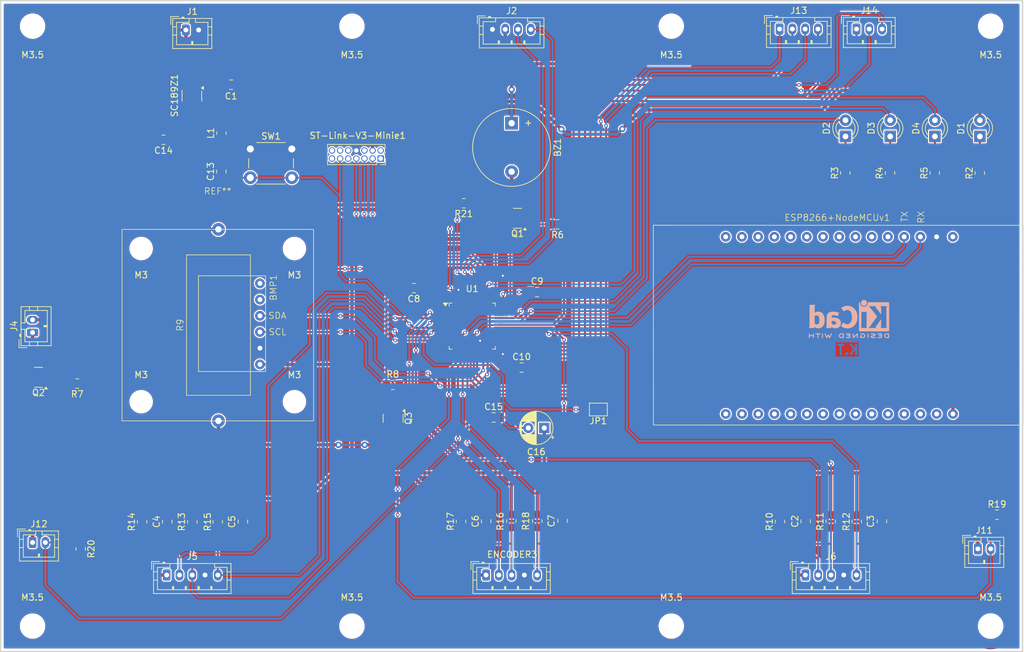
<source format=kicad_pcb>
(kicad_pcb (version 20241229) (generator "pcbnew") (generator_version "9.0")
  (layers (0 "F.Cu" signal) (2 "B.Cu" signal) (13 "F.Paste" user) (15 "B.Paste" user) (5 "F.SilkS" user "F.Silkscreen") (7 "B.SilkS" user "B.Silkscreen") (1 "F.Mask" user) (3 "B.Mask" user) (25 "Edge.Cuts" user))
  (net 0 "")
  (net 1 "/TEMP_SCL")
  (net 2 "/TEMP_SDA")
  (net 3 "GND")
  (net 5 "+3.3V")
  (net 7 "Net-(BZ1--)")
  (net 8 "+5V")
  (net 9 "/ENC1_B")
  (net 10 "/ENC1_A")
  (net 11 "/ENC2_B")
  (net 12 "/ENC2_A")
  (net 13 "/ENC3_B")
  (net 14 "/ENC3_A")
  (net 15 "GNDA")
  (net 16 "/NRST")
  (net 17 "Net-(D1-K)")
  (net 18 "/STM_RUNNING")
  (net 19 "Net-(D2-K)")
  (net 20 "/CONFIG_MODE")
  (net 21 "Net-(D3-K)")
  (net 22 "/REG_MODE")
  (net 23 "Net-(D4-K)")
  (net 26 "/UART_RX")
  (net 48 "/UART_TX")
  (net 53 "/LCD_SDA")
  (net 54 "/LCD_SCL")
  (net 55 "Net-(J4-Pin_1)")
  (net 56 "/ENC3_BTN")
  (net 57 "/ENC2_BTN")
  (net 58 "/ENC1_BTN")
  (net 59 "/BTN2")
  (net 60 "/BTN1")
  (net 61 "/COL2")
  (net 62 "/ROW1")
  (net 63 "/ROW4")
  (net 64 "/COL1")
  (net 65 "/ROW3")
  (net 66 "/ROW2")
  (net 67 "/COL3")
  (net 69 "Net-(Q1-B)")
  (net 70 "Net-(Q2-B)")
  (net 71 "Net-(Q3-C)")
  (net 72 "Net-(Q3-B)")
  (net 73 "/BUZZER_CTRL")
  (net 74 "/FAN_CTRL")
  (net 75 "/HEAT_CTRL")
  (net 76 "Net-(U1-BOOT0)")
  (net 79 "/SWCLK")
  (net 80 "/SWO")
  (net 83 "/SWDIO")
  (net 92 "Net-(SC189Z1-LX)")
  (footprint "LED_THT:LED_D3.0mm" (layer "F.Cu") (at 207.275 61.275 90)
    (property "Reference" "D4")
    (property "Value" "GREEN")
  )
  (footprint "Connector_JST:JST_PH_B5B-PH-K_1x05_P2.00mm_Vertical" (layer "F.Cu") (at 187 130)
    (property "Reference" "J6")
    (property "Value" "Screw_Terminal_01x05")
  )
  (footprint "Connector_JST:JST_PH_B4B-PH-K_1x04_P2.00mm_Vertical" (layer "F.Cu") (at 182.96 44.45)
    (property "Reference" "J13")
    (property "Value" "Keyboard1")
  )
  (footprint "Resistor_SMD:R_0805_2012Metric_Pad1.20x1.40mm_HandSolder" (layer "F.Cu") (at 195.03 121.62 -90)
    (property "Reference" "R12")
    (property "Value" "1k" (hide yes))
  )
  (footprint "Capacitor_SMD:C_0805_2012Metric_Pad1.18x1.45mm_HandSolder" (layer "F.Cu") (at 187.04 121.5825 90)
    (property "Reference" "C2")
    (property "Value" "100n" (hide yes))
  )
  (footprint "MountingHole:MountingHole_3.5mm" (layer "F.Cu") (at 116 138 90)
    (property "Reference" "M3.5")
    (property "Value" "MountingHole_3.5mm" (hide yes))
  )
  (footprint "Resistor_SMD:R_0805_2012Metric_Pad1.20x1.40mm_HandSolder" (layer "F.Cu") (at 94.99 121.67 -90)
    (property "Reference" "R15")
    (property "Value" "1k" (hide yes))
  )
  (footprint "Resistor_SMD:R_0805_2012Metric_Pad1.20x1.40mm_HandSolder" (layer "F.Cu") (at 73 100 180)
    (property "Reference" "R7")
    (property "Value" "1k" (hide yes))
  )
  (footprint "AAAAAA:BMP280" (layer "F.Cu") (at 93.975 97 90)
    (property "Reference" "BMP1")
    (property "Value" "~" (hide yes))
  )
  (footprint "AAAAAA:Heat_Resistor" (layer "F.Cu") (at 90.1 101.84 90)
    (property "Reference" "R9")
    (property "Value" "100" (hide yes))
  )
  (footprint "Resistor_SMD:R_0805_2012Metric_Pad1.20x1.40mm_HandSolder" (layer "F.Cu") (at 91.01 121.67 -90)
    (property "Reference" "R13")
    (property "Value" "1k" (hide yes))
  )
  (footprint "Resistor_SMD:R_0805_2012Metric_Pad1.20x1.40mm_HandSolder" (layer "F.Cu") (at 207.25 67 -90)
    (property "Reference" "R5")
    (property "Value" "330")
  )
  (footprint "LED_THT:LED_D3.0mm" (layer "F.Cu") (at 193.275 61.275 90)
    (property "Reference" "D2")
    (property "Value" "YELLOW")
  )
  (footprint "MountingHole:MountingHole_3.5mm" (layer "F.Cu") (at 216 138 90)
    (property "Reference" "M3.5")
    (property "Value" "MountingHole_3.5mm" (hide yes))
  )
  (footprint "Capacitor_SMD:C_0805_2012Metric_Pad1.18x1.45mm_HandSolder" (layer "F.Cu") (at 125.7025 85.05 180)
    (property "Reference" "C8")
    (property "Value" "100n")
  )
  (footprint "Resistor_SMD:R_0805_2012Metric_Pad1.20x1.40mm_HandSolder" (layer "F.Cu") (at 145.022 121.542 -90)
    (property "Reference" "R18")
    (property "Value" "1k" (hide yes))
  )
  (footprint "MountingHole:MountingHole_3.5mm" (layer "F.Cu") (at 116 44 90)
    (property "Reference" "M3.5")
    (property "Value" "MountingHole_3.5mm" (hide yes))
  )
  (footprint "Connector_JST:JST_PH_B2B-PH-K_1x02_P2.00mm_Vertical" (layer "F.Cu") (at 66 124.9)
    (property "Reference" "J12")
    (property "Value" "BUTTON_1")
  )
  (footprint "Package_QFP:LQFP-48_7x7mm_P0.5mm" (layer "F.Cu") (at 134.8375 91)
    (property "Reference" "U1")
    (property "Value" "STM32F103C8Tx")
  )
  (footprint "Capacitor_SMD:C_0805_2012Metric_Pad1.18x1.45mm_HandSolder" (layer "F.Cu") (at 142.57 97.49)
    (property "Reference" "C10")
    (property "Value" "100n")
  )
  (footprint "MountingHole:MountingHole_3.2mm_M3" (layer "F.Cu") (at 83 78.84)
    (property "Reference" "M3")
    (property "Value" "MountingHole_3.2mm_M3" (hide yes))
  )
  (footprint "MountingHole:MountingHole_3.5mm" (layer "F.Cu") (at 66 44 90)
    (property "Reference" "M3.5")
    (property "Value" "MountingHole_3.5mm" (hide yes))
  )
  (footprint "Capacitor_SMD:C_0805_2012Metric_Pad1.18x1.45mm_HandSolder" (layer "F.Cu") (at 87.09 121.6325 90)
    (property "Reference" "C4")
    (property "Value" "100n" (hide yes))
  )
  (footprint "Capacitor_SMD:C_0805_2012Metric_Pad1.18x1.45mm_HandSolder" (layer "F.Cu") (at 198.98 121.5825 -90)
    (property "Reference" "C3")
    (property "Value" "100n" (hide yes))
  )
  (footprint "Resistor_SMD:R_0805_2012Metric_Pad1.20x1.40mm_HandSolder" (layer "F.Cu") (at 73.53 125.9 -90)
    (property "Reference" "R20")
    (property "Value" "1k")
  )
  (footprint "AAAAAA:NodeMCU" (layer "F.Cu") (at 210.08 77 -90)
    (property "Reference" "ESP8266+NodeMCUv1")
    (property "Value" "~" (hide yes))
  )
  (footprint "Capacitor_SMD:C_0805_2012Metric_Pad1.18x1.45mm_HandSolder" (layer "F.Cu") (at 86.5025 61.8 180)
    (property "Reference" "C14")
    (property "Value" "22 uF")
  )
  (footprint "Resistor_SMD:R_0805_2012Metric_Pad1.20x1.40mm_HandSolder" (layer "F.Cu") (at 183.02 121.62 90)
    (property "Reference" "R10")
    (property "Value" "1k" (hide yes))
  )
  (footprint "Connector_JST:JST_PH_B4B-PH-K_1x04_P2.00mm_Vertical" (layer "F.Cu") (at 138 44.5)
    (property "Reference" "J2")
    (property "Value" "LCD 1602 2.54mm")
  )
  (footprint "Buzzer_Beeper:Buzzer_12x9.5RM7.6" (layer "F.Cu") (at 141 59.2 -90)
    (property "Reference" "BZ1")
    (property "Value" "Buzzer" (hide yes))
  )
  (footprint "Connector_JST:JST_PH_B3B-PH-K_1x03_P2.00mm_Vertical" (layer "F.Cu") (at 195 44.45)
    (property "Reference" "J14")
    (property "Value" "Keyboard2")
  )
  (footprint "MountingHole:MountingHole_3.5mm" (layer "F.Cu") (at 216 44 90)
    (property "Reference" "M3.5")
    (property "Value" "MountingHole_3.5mm" (hide yes))
  )
  (footprint "Resistor_SMD:R_0805_2012Metric_Pad1.20x1.40mm_HandSolder" (layer "F.Cu") (at 217 120.56)
    (property "Reference" "R19")
    (property "Value" "1k")
  )
  (footprint "Connector_JST:JST_PH_B2B-PH-K_1x02_P2.00mm_Vertical" (layer "F.Cu") (at 66 92 90)
    (property "Reference" "J4")
    (property "Value" "FAN" (hide yes))
  )
  (footprint "Jumper:SolderJumper-2_P1.3mm_Bridged2Bar_Pad1.0x1.5mm" (layer "F.Cu") (at 154.58 104.06 180)
    (property "Reference" "JP1")
    (property "Value" "AGND <-> GND")
  )
  (footprint "LED_THT:LED_D3.0mm" (layer "F.Cu") (at 200.275 61.275 90)
    (property "Reference" "D3")
    (property "Value" "YELLOW")
  )
  (footprint "Resistor_SMD:R_0805_2012Metric_Pad1.20x1.40mm_HandSolder" (layer "F.Cu") (at 83.15 121.67 90)
    (property "Reference" "R14")
    (property "Value" "1k" (hide yes))
  )
  (footprint "MountingHole:MountingHole_3.5mm" (layer "F.Cu") (at 66 138 90)
    (property "Reference" "M3.5")
    (property "Value" "MountingHole_3.5mm" (hide yes))
  )
  (footprint "Resistor_SMD:R_0805_2012Metric_Pad1.20x1.40mm_HandSolder" (layer "F.Cu") (at 133.51 71.75 180)
    (property "Reference" "R21")
    (property "Value" "100k")
  )
  (footprint "Resistor_SMD:R_0805_2012Metric_Pad1.20x1.40mm_HandSolder" (layer "F.Cu") (at 95.57 60.76 -90)
    (property "Reference" "L1")
    (property "Value" "1 uH")
  )
  (footprint "Connector_JST:JST_PH_B2B-PH-K_1x02_P2.00mm_Vertical" (layer "F.Cu") (at 214 125.9)
    (property "Reference" "J11")
    (property "Value" "BUTTON_2")
  )
  (footprint "Capacitor_SMD:C_0805_2012Metric_Pad1.18x1.45mm_HandSolder" (layer "F.Cu") (at 97.08 53.1675)
    (property "Reference" "C1")
    (property "Value" "10 UF")
  )
  (footprint "MountingHole:MountingHole_3.2mm_M3" (layer "F.Cu") (at 107 102.84)
    (property "Reference" "M3")
    (property "Value" "MountingHole_3.2mm_M3" (hide yes))
  )
  (footprint "Resistor_SMD:R_0805_2012Metric_Pad1.20x1.40mm_HandSolder" (layer "F.Cu") (at 148.2 75.05 180)
    (property "Reference" "R6")
    (property "Value" "1k")
  )
  (footprint "Capacitor_SMD:C_0805_2012Metric_Pad1.18x1.45mm_HandSolder" (layer "F.Cu") (at 145 85.65)
    (property "Reference" "C9")
    (property "Value" "100n")
  )
  (footprint "Capacitor_SMD:C_0805_2012Metric_Pad1.18x1.45mm_HandSolder" (layer "F.Cu") (at 148.984 121.5145 -90)
    (property "Reference" "C7")
    (property "Value" "100n" (hide yes))
  )
  (footprint "Resistor_SMD:R_0805_2012Metric_Pad1.20x1.40mm_HandSolder" (layer "F.Cu") (at 193.25 67 -90)
    (property "Reference" "R3")
    (property "Value" "330")
  )
  (footprint "MountingHole:MountingHole_3.2mm_M3" (layer "F.Cu") (at 83 102.84)
    (property "Reference" "M3")
    (property "Value" "MountingHole_3.2mm_M3" (hide yes))
  )
  (footprint "Resistor_SMD:R_0805_2012Metric_Pad1.20x1.40mm_HandSolder" (layer "F.Cu") (at 200.25 67 -90)
    (property "Reference" "R4")
    (property "Value" "330")
  )
  (footprint "Resistor_SMD:R_0805_2012Metric_Pad1.20x1.40mm_HandSolder" (layer "F.Cu") (at 214.31 67.01 -90)
    (property "Reference" "R2")
    (property "Value" "330")
  )
  (footprint "Capacitor_SMD:C_0805_2012Metric_Pad1.18x1.45mm_HandSolder" (layer "F.Cu") (at 95.56 66.78 90)
    (property "Reference" "C13")
    (property "Value" "100n")
  )
  (footprint "Resistor_SMD:R_0805_2012Metric_Pad1.20x1.40mm_HandSolder" (layer "F.Cu") (at 140.958 121.542 -90)
    (property "Reference" "R16")
    (property "Value" "1k" (hide yes))
  )
  (footprint "Package_TO_SOT_SMD:SOT-23" (layer "F.Cu") (at 66.93 99.0225 180)
    (property "Reference" "Q2")
    (property "Value" "MMBT2222ALT3G" (hide yes))
  )
  (footprint "Connector_JST:JST_PH_B5B-PH-K_1x05_P2.00mm_Vertical" (layer "F.Cu") (at 137 130)
    (property "Reference" "J3" (hide yes))
    (property "Value" "Screw_Terminal_01x05")
  )
  (footprint "Package_TO_SOT_SMD:SOT-23" (layer "F.Cu") (at 141.9225 74.1 180)
    (property "Reference" "Q1")
    (property "Value" "MMBT2222ALT3G" (hide yes))
  )
  (footprint "Capacitor_SMD:C_0805_2012Metric_Pad1.18x1.45mm_HandSolder" (layer "F.Cu") (at 98.94 121.6225 -90)
    (property "Reference" "C5")
    (property "Value" "100n" (hide yes))
  )
  (footprint "Button_Switch_THT:SW_PUSH_6mm_H4.3mm" (layer "F.Cu") (at 100.09 63.24)
    (property "Reference" "SW1")
    (property "Value" "SW_Push")
  )
  (footprint "MyFootprintLibrary:30x30x10 Fan" (layer "F.Cu") (at 96 82.85)
    (property "Reference" "REF**")
    (property "Value" "30x30x10 Fan")
  )
  (footprint "Resistor_SMD:R_0805_2012Metric_Pad1.20x1.40mm_HandSolder" (layer "F.Cu") (at 133.075 121.6 90)
    (property "Reference" "R17")
    (property "Value" "1k" (hide yes))
  )
  (footprint "Connector_JST:JST_PH_B2B-PH-K_1x02_P2.00mm_Vertical" (layer "F.Cu") (at 90 44.6)
    (property "Reference" "J1")
    (property "Value" "EXT_Supply" (hide yes))
  )
  (footprint "Capacitor_THT:CP_Radial_D5.0mm_P2.50mm" (layer "F.Cu") (at 146.115112 106.95 180)
    (property "Reference" "C16")
    (property "Value" "10u")
  )
  (footprint "Package_TO_SOT_SMD:TSOT-23-6_HandSoldering" (layer "F.Cu") (at 90.97 54.9 -90)
    (property "Reference" "SC189Z1")
    (property "Value" "~" (hide yes))
  )
  (footprint "MountingHole:MountingHole_3.5mm" (layer "F.Cu") (at 166 138 90)
    (property "Reference" "M3.5")
    (property "Value" "MountingHole_3.5mm" (hide yes))
  )
  (footprint "MountingHole:MountingHole_3.2mm_M3" (layer "F.Cu") (at 107 78.84)
    (property "Reference" "M3")
    (property "Value" "MountingHole_3.2mm_M3" (hide yes))
  )
  (footprint "Resistor_SMD:R_0805_2012Metric_Pad1.20x1.40mm_HandSolder" (layer "F.Cu") (at 122.4 100.2)
    (property "Reference" "R8")
    (property "Value" "1k")
  )
  (footprint "Resistor_SMD:R_0805_2012Metric_Pad1.20x1.40mm_HandSolder" (layer "F.Cu") (at 190.96 121.6 -90)
    (property "Reference" "R11")
    (property "Value" "1k" (hide yes))
  )
  (footprint "Connector_JST:JST_PH_B5B-PH-K_1x05_P2.00mm_Vertical" (layer "F.Cu") (at 87 130)
    (property "Reference" "J5")
    (property "Value" "Screw_Terminal_01x05")
  )
  (footprint "Capacitor_SMD:C_0805_2012Metric_Pad1.18x1.45mm_HandSolder" (layer "F.Cu") (at 138.1925 105.31)
    (property "Reference" "C15")
    (property "Value" "100n")
  )
  (footprint "MountingHole:MountingHole_3.5mm" (layer "F.Cu") (at 166 44 90)
    (property "Reference" "M3.5")
    (property "Value" "MountingHole_3.5mm" (hide yes))
  )
  (footprint "LED_THT:LED_D3.0mm" (layer "F.Cu") (at 214.32 61.28 90)
    (property "Reference" "D1")
    (property "Value" "RED")
  )
  (footprint "Package_TO_SOT_SMD:SOT-23" (layer "F.Cu") (at 122.45 105.4375 -90)
    (property "Reference" "Q3")
    (property "Value" "MMBT2222ALT3G" (hide yes))
  )
  (footprint "Connector_PinSocket_1.27mm:PinSocket_2x07_P1.27mm_Vertical" (layer "F.Cu") (at 120.5 64.745 -90)
    (property "Reference" "ST-Link-V3-Minie1")
    (property "Value" "~")
  )
  (footprint "Capacitor_SMD:C_0805_2012Metric_Pad1.18x1.45mm_HandSolder" (layer "F.Cu") (at 137.014 121.5695 90)
    (property "Reference" "C6")
    (property "Value" "100n" (hide yes))
  )
  (footprint "Symbol:KiCad-Logo2_5mm_SilkScreen" (layer "B.Cu") (at 193.83 89.87 180)
    (property "Reference" "REF**" (hide yes))
    (property "Value" "KiCad-Logo2_5mm_SilkScreen" (hide yes))
  )
  (gr_rect (start 61 40) (end 221 142) (stroke (width 0.2)) (fill no) (layer "Edge.Cuts"))
  (gr_text "K.T" (at 195.5 95.6 0) (layer "B.Cu") (effects (font (size 1.5 1.5) (thickness 0.3) (bold yes)) (justify left bottom mirror)))
  (gr_text "ENCODER3\n" (at 137.08 127.37 0) (layer "F.SilkS") (effects (font (size 1 1)) (justify left bottom)))
  (gr_text "TX\n" (at 203.12 74.77 90) (layer "F.SilkS") (effects (font (size 1 1) (thickness 0.1)) (justify left bottom)))
  (gr_text "RX" (at 205.69 74.98 90) (layer "F.SilkS") (effects (font (size 1 1) (thickness 0.1)) (justify left bottom)))
  (gr_text "SDA" (at 102.86 89.94 0) (layer "F.SilkS") (effects (font (size 1 1) (thickness 0.1)) (justify left bottom)))
  (gr_text "SCL" (at 102.91 92.49 0) (layer "F.SilkS") (effects (font (size 1 1) (thickness 0.1)) (justify left bottom)))
  (segment (start 136.0875 96.210226) (end 136.0875 95.1625) (width 0.3) (layer "F.Cu") (net 1))
  (segment (start 136.56 97.91) (end 136.56 96.682726) (width 0.3) (layer "F.Cu") (net 1))
  (segment (start 101.595 91.92) (end 114.18 91.92) (width 0.3) (layer "F.Cu") (net 1))
  (segment (start 136.56 96.682726) (end 136.0875 96.210226) (width 0.3) (layer "F.Cu") (net 1))
  (via (at 136.56 97.91) (size 0.6) (drill 0.3) (layers "F.Cu" "B.Cu") (net 1))
  (via (at 114.2 91.9) (size 0.6) (drill 0.3) (layers "F.Cu" "B.Cu") (net 1))
  (segment (start 118.2 97.1) (end 118.2 93.5) (width 0.3) (layer "B.Cu") (net 1))
  (segment (start 120.7 99.6) (end 118.2 97.1) (width 0.3) (layer "B.Cu") (net 1))
  (segment (start 116.6 91.9) (end 114.2 91.9) (width 0.3) (layer "B.Cu") (net 1))
  (segment (start 134.87 99.6) (end 120.7 99.6) (width 0.3) (layer "B.Cu") (net 1))
  (segment (start 118.2 93.5) (end 116.6 91.9) (width 0.3) (layer "B.Cu") (net 1))
  (segment (start 136.56 97.91) (end 134.87 99.6) (width 0.3) (layer "B.Cu") (net 1))
  (segment (start 101.595 89.38) (end 114.18 89.38) (width 0.3) (layer "F.Cu") (net 2))
  (segment (start 129.84 100.32) (end 129.79 100.27) (width 0.3) (layer "F.Cu") (net 2))
  (segment (start 114.18 89.38) (end 114.2 89.4) (width 0.3) (layer "F.Cu") (net 2))
  (segment (start 137.25438 98.45562) (end 137.25438 96.67) (width 0.3) (layer "F.Cu") (net 2))
  (segment (start 136.5875 96.00312) (end 136.5875 95.1625) (width 0.3) (layer "F.Cu") (net 2))
  (segment (start 137.25438 96.67) (end 136.5875 96.00312) (width 0.3) (layer "F.Cu") (net 2))
  (segment (start 127.93 98.41) (end 129.84 100.32) (width 0.3) (layer "F.Cu") (net 2))
  (segment (start 137.15 98.56) (end 137.25438 98.45562) (width 0.3) (layer "F.Cu") (net 2))
  (via (at 129.84 100.32) (size 0.6) (drill 0.3) (layers "F.Cu" "B.Cu") (net 2))
  (via (at 137.15 98.56) (size 0.6) (drill 0.3) (layers "F.Cu" "B.Cu") (net 2))
  (via (at 127.93 98.41) (size 0.6) (drill 0.3) (layers "F.Cu" "B.Cu") (net 2))
  (via (at 114.2 89.4) (size 0.6) (drill 0.3) (layers "F.Cu" "B.Cu") (net 2))
  (segment (start 114.2 89.4) (end 116.2 89.4) (width 0.3) (layer "B.Cu") (net 2))
  (segment (start 119.6 92.8) (end 119.6 96.3) (width 0.3) (layer "B.Cu") (net 2))
  (segment (start 137.15 98.56) (end 135.39 100.32) (width 0.3) (layer "B.Cu") (net 2))
  (segment (start 116.2 89.4) (end 119.6 92.8) (width 0.3) (layer "B.Cu") (net 2))
  (segment (start 119.6 96.3) (end 121.7 98.4) (width 0.3) (layer "B.Cu") (net 2))
  (segment (start 127.89 98.4) (end 127.93 98.41) (width 0.3) (layer "B.Cu") (net 2))
  (segment (start 121.7 98.4) (end 127.89 98.4) (width 0.3) (layer "B.Cu") (net 2))
  (segment (start 127.93 98.41) (end 127.91 98.4) (width 0.3) (layer "B.Cu") (net 2))
  (segment (start 135.39 100.32) (end 129.84 100.32) (width 0.3) (layer "B.Cu") (net 2))
  (segment (start 127.91 98.4) (end 127.9 98.4) (width 0.3) (layer "B.Cu") (net 2))
  (via (at 132.69 85.31) (size 0.6) (drill 0.3) (layers "F.Cu" "B.Cu") (net 3))
  (via (at 139.63 95.38) (size 0.6) (drill 0.3) (layers "F.Cu" "B.Cu") (net 3))
  (via (at 139.63 83.11) (size 0.6) (drill 0.3) (layers "F.Cu" "B.Cu") (net 3))
  (via (at 136.07 93.3) (size 0.6) (drill 0.3) (layers "F.Cu" "B.Cu") (net 3))
  (segment (start 90.02 61.77) (end 90.33 61.77) (width 0.5) (layer "F.Cu") (net 5))
  (segment (start 145 114) (end 144.13 114) (width 0.5) (layer "F.Cu") (net 5))
  (segment (start 132.0875 88.1875) (end 132.73 88.83) (width 0.3) (layer "F.Cu") (net 5))
  (segment (start 129 118) (end 129 128) (width 0.5) (layer "F.Cu") (net 5))
  (segment (start 136.6 88.25) (end 139 88.25) (width 0.3) (layer "F.Cu") (net 5))
  (segment (start 161.3 57.13) (end 189.56 57.13) (width 0.5) (layer "F.Cu") (net 5))
  (segment (start 137.5875 89.2375) (end 137.5875 95.1625) (width 0.3) (layer "F.Cu") (net 5))
  (segment (start 131.36 85.05) (end 126.74 85.05) (width 0.3) (layer "F.Cu") (net 5))
  (segment (start 116 94) (end 113 97) (width 0.5) (layer "F.Cu") (net 5))
  (segment (start 131 130) (end 137 130) (width 0.5) (layer "F.Cu") (net 5))
  (segment (start 95 118) (end 91 118) (width 0.5) (layer "F.Cu") (net 5))
  (segment (start 109 118) (end 95 118) (width 0.5) (layer "F.Cu") (net 5))
  (segment (start 146.115113 113.054887) (end 146.115113 110.14) (width 0.5) (layer "F.Cu") (net 5))
  (segment (start 144.13 114) (end 145.17 114) (width 0.5) (layer "F.Cu") (net 5))
  (segment (start 212.92 54.06) (end 214.32 55.46) (width 0.5) (layer "F.Cu") (net 5))
  (segment (start 94.87 72) (end 90.02 67.15) (width 0.5) (layer "F.Cu") (net 5))
  (segment (start 131.37 85.04) (end 132.0875 85.7575) (width 0.3) (layer "F.Cu") (net 5))
  (segment (start 190.96 114.04) (end 190.96 120.6) (width 0.5) (layer "F.Cu") (net 5))
  (segment (start 129 72) (end 132 69) (width 0.5) (layer "F.Cu") (net 5))
  (segment (start 195 114) (end 195.03 114.03) (width 0.5) (layer "F.Cu") (net 5))
  (segment (start 125 114) (end 119 114) (width 0.5) (layer "F.Cu") (net 5))
  (segment (start 66 120) (end 66 124.9) (width 0.5) (layer "F.Cu") (net 5))
  (segment (start 90.02 67.15) (end 90.02 61.77) (width 0.5) (layer "F.Cu") (net 5))
  (segment (start 141 114) (end 125 114) (width 0.5) (layer "F.Cu") (net 5))
  (segment (start 79 128) (end 81 130) (width 0.5) (layer "F.Cu") (net 5))
  (segment (start 81 130) (end 87 130) (width 0.5) (layer "F.Cu") (net 5))
  (segment (start 113 72) (end 129 72) (width 0.5) (layer "F.Cu") (net 5))
  (segment (start 139.68 86.67) (end 139 87.35) (width 0.3) (layer "F.Cu") (net 5))
  (segment (start 116 75) (end 116 94) (width 0.5) (layer "F.Cu") (net 5))
  (segment (start 89.99 61.8) (end 87.54 61.8) (width 0.5) (layer "F.Cu") (net 5))
  (segment (start 131.96 92.25) (end 130.675 92.25) (width 0.3) (layer "F.Cu") (net 5))
  (segment (start 214.32 55.46) (end 214.32 58.74) (width 0.5) (layer "F.Cu") (net 5))
  (segment (start 145 114) (end 145 115) (width 0.5) (layer "F.Cu") (net 5))
  (segment (start 131.36 74.36) (end 129 72) (width 0.3) (layer "F.Cu") (net 5))
  (segment (start 132.73 88.83) (end 136.02 88.83) (width 0.3) (layer "F.Cu") (net 5))
  (segment (start 191 114) (end 145 114) (width 0.5) (layer "F.Cu") (net 5))
  (segment (start 145.022 115.022) (end 145.022 120.542) (width 0.5) (layer "F.Cu") (net 5))
  (segment (start 144.44 55.8) (end 137.47 55.8) (width 0.5) (layer "F.Cu") (net 5))
  (segment (start 195 114) (end 210 114) (width 0.5) (layer "F.Cu") (net 5))
  (segment (start 132.0875 85.7575) (end 132.0875 86.8375) (width 0.3) (layer "F.Cu") (net 5))
  (segment (start 136.02 88.83) (end 136.6 88.25) (width 0.3) (layer "F.Cu") (net 5))
  (segment (start 140.958 115.042) (end 140.958 120.542) (width 0.5) (layer "F.Cu") (net 5))
  (segment (start 113 72) (end 94.87 72) (width 0.5) (layer "F.Cu") (net 5))
  (segment (start 130.2 61.1) (end 120.3 61.1) (width 0.5) (layer "F.Cu") (net 5))
  (segment (start 91 118) (end 79 118) (width 0.5) (layer "F.Cu") (net 5))
  (segment (start 179 118) (end 175 114) (width 0.5) (layer "F.Cu") (net 5))
  (segment (start 79 118) (end 68 118) (width 0.5) (layer "F.Cu") (net 5))
  (segment (start 195.03 114.03) (end 195.03 120.62) (width 0.5) (layer "F.Cu") (net 5))
  (segment (start 139 87.35) (end 139 88.25) (width 0.3) (layer "F.Cu") (net 5))
  (segment (start 68 118) (end 66 120) (width 0.5) (layer "F.Cu") (net 5))
  (segment (start 136.6 88.25) (end 137.5875 89.2375) (width 0.3) (layer "F.Cu") (net 5))
  (segment (start 116 94) (end 116 104) (width 0.5) (layer "F.Cu") (net 5))
  (segment (start 116 111) (end 109 118) (width 0.5) (layer "F.Cu") (net 5))
  (segment (start 113 72) (end 116 75) (width 0.5) (layer "F.Cu") (net 5))
  (segment (start 125 114) (end 129 118) (width 0.5) (layer "F.Cu") (net 5))
  (segment (start 145 115) (end 145.022 115.022) (width 0.5) (layer "F.Cu") (net 5))
  (segment (start 192.63 54.06) (end 212.92 54.06) (width 0.5) (layer "F.Cu") (net 5))
  (segment (start 90.33 61.77) (end 90.34 61.76) (width 0.5) (layer "F.Cu") (net 5))
  (segment (start 137.47 55.8) (end 132 61.27) (width 0.5) (layer "F.Cu") (net 5))
  (segment (start 113 97) (end 101.595 97) (width 0.5) (layer "F.Cu") (net 5))
  (segment (start 158.34 60.09) (end 161.3 57.13) (width 0.5) (layer "F.Cu") (net 5))
  (segment (start 137.155 107.465) (end 137.155 105.31) (width 0.5) (layer "F.Cu") (net 5))
  (segment (start 210 114) (end 214 118) (width 0.5) (layer "F.Cu") (net 5))
  (segment (start 181 130) (end 179 128) (width 0.5) (layer "F.Cu") (net 5))
  (segment (start 79 118) (end 79 128) (width 0.5) (layer "F.Cu") (net 5))
  (segment (start 116 111) (end 116 104) (width 0.5) (layer "F.Cu") (net 5))
  (segment (start 137.5875 96.1175) (end 138.96 97.49) (width 0.3) (layer "F.Cu") (net 5))
  (segment (start 133.17 91.04) (end 131.96 92.25) (width 0.3) (layer "F.Cu") (net 5))
  (segment (start 179 128) (end 179 118) (width 0.5) (layer "F.Cu") (net 5))
  (segment (start 137.5875 95.1625) (end 137.5875 96.1175) (width 0.3) (layer "F.Cu") (net 5))
  (segment (start 139.83 110.14) (end 137.155 107.465) (width 0.5) (layer "F.Cu") (net 5))
  (segment (start 148.79 60.15) (end 144.44 55.8) (width 0.5) (layer "F.Cu") (net 5))
  (segment (start 138.96 97.49) (end 141.5325 97.49) (width 0.3) (layer "F.Cu") (net 5))
  (segment (start 127.08 85.05) (end 126.7 84.67) (width 0.3) (layer "F.Cu") (net 5))
  (segment (start 189.56 57.13) (end 192.63 54.06) (width 0.5) (layer "F.Cu") (net 5))
  (segment (start 187 130) (end 181 130) (width 0.5) (layer "F.Cu") (net 5))
  (segment (start 146.115113 110.14) (end 146.115113 106.95) (width 0.5) (layer "F.Cu") (net 5))
  (segment (start 133.17 89.27) (end 133.17 91.04) (width 0.3) (layer "F.Cu") (net 5))
  (segment (start 139.68 85.99) (end 139.68 86.67) (width 0.3) (layer "F.Cu") (net 5))
  (segment (start 90.34 61.76) (end 95.57 61.76) (width 0.5) (layer "F.Cu") (net 5))
  (segment (start 119.23 62.17) (end 119.23 63.475) (width 0.5) (layer "F.Cu") (net 5))
  (segment (start 132 63.8) (end 132 62.9) (width 0.5) (layer "F.Cu") (net 5))
  (segment (start 132 61.27) (end 132 63.8) (width 0.5) (layer "F.Cu") (net 5))
  (segment (start 91 118) (end 91.01 118.01) (width 0.5) (layer "F.Cu") (net 5))
  (segment (start 129 128) (end 131 130) (width 0.5) (layer "F.Cu") (net 5))
  (segment (start 90.02 61.77) (end 90.02 56.61) (width 0.5) (layer "F.Cu") (net 5))
  (segment (start 141 114) (end 141 115) (width 0.5) (layer "F.Cu") (net 5))
  (segment (start 144.13 114) (end 141 114) (width 0.5) (layer "F.Cu") (net 5))
  (segment (start 119 114) (end 116 111) (width 0.5) (layer "F.Cu") (net 5))
  (segment (start 132 62.9) (end 130.2 61.1) (width 0.5) (layer "F.Cu") (net 5))
  (segment (start 120.3 61.1) (end 119.23 62.17) (width 0.5) (layer "F.Cu") (net 5))
  (segment (start 132 69) (end 132 63.8) (width 0.5) (layer "F.Cu") (net 5))
  (segment (start 91.01 118.01) (end 91.01 120.67) (width 0.5) (layer "F.Cu") (net 5))
  (segment (start 145.17 114) (end 146.115113 113.054887) (width 0.5) (layer "F.Cu") (net 5))
  (segment (start 142.17 85.65) (end 143.9625 85.65) (width 0.3) (layer "F.Cu") (net 5))
  (segment (start 131.37 85.04) (end 131.36 85.05) (width 0.3) (layer "F.Cu") (net 5))
  (segment (start 95 118) (end 94.99 118.01) (width 0.5) (layer "F.Cu") (net 5))
  (segment (start 132.0875 86.8375) (end 132.0875 88.1875) (width 0.3) (layer "F.Cu") (net 5))
  (segment (start 131.36 75.75) (end 131.36 74.36) (width 0.3) (layer "F.Cu") (net 5))
  (segment (start 132.73 88.83) (end 133.17 89.27) (width 0.3) (layer "F.Cu") (net 5))
  (segment (start 141 115) (end 140.958 115.042) (width 0.5) (layer "F.Cu") (net 5))
  (segment (start 146.115113 110.14) (end 139.83 110.14) (width 0.5) (layer "F.Cu") (net 5))
  (segment (start 94.99 118.01) (end 94.99 120.67) (width 0.5) (layer "F.Cu") (net 5))
  (segment (start 195 114) (end 191 114) (width 0.5) (layer "F.Cu") (net 5))
  (segment (start 214 118) (end 214 125.9) (width 0.5) (layer "F.Cu") (net 5))
  (via (at 142.17 85.65) (size 0.6) (drill 0.3) (layers "F.Cu" "B.Cu") (net 5))
  (via (at 158.34 60.09) (size 1) (drill 0.5) (layers "F.Cu" "B.Cu") (net 5))
  (via (at 131.36 75.75) (size 0.6) (drill 0.3) (layers "F.Cu" "B.Cu") (net 5))
  (via (at 148.79 60.15) (size 1) (drill 0.5) (layers "F.Cu" "B.Cu") (net 5))
  (via (at 139.68 85.99) (size 0.6) (drill 0.3) (layers "F.Cu" "B.Cu") (net 5))
  (via (at 131.37 85.04) (size 0.6) (drill 0.3) (layers "F.Cu" "B.Cu") (net 5))
  (segment (start 131.37 85.04) (end 131.37 75.76) (width 0.3) (layer "B.Cu") (net 5))
  (segment (start 139.68 85.99) (end 140.02 85.65) (width 0.3) (layer "B.Cu") (net 5))
  (segment (start 157.5 60.93) (end 149.57 60.93) (width 0.5) (layer "B.Cu") (net 5))
  (segment (start 131.37 75.76) (end 131.36 75.75) (width 0.3) (layer "B.Cu") (net 5))
  (segment (start 140.02 85.65) (end 142.17 85.65) (width 0.3) (layer "B.Cu") (net 5))
  (segment (start 158.34 60.09) (end 157.5 60.93) (width 0.5) (layer "B.Cu") (net 5))
  (segment (start 149.57 60.93) (end 148.79 60.15) (width 0.5) (layer "B.Cu") (net 5))
  (segment (start 141 74.085) (end 140.985 74.1) (width 0.2) (layer "F.Cu") (net 7))
  (segment (start 141 66.8) (end 141 74.085) (width 0.5) (layer "F.Cu") (net 7))
  (segment (start 205.65 41.32) (end 218.43 54.1) (width 0.5) (layer "F.Cu") (net 8))
  (segment (start 91.76 49.9) (end 138.1 49.9) (width 0.5) (layer "F.Cu") (net 8))
  (segment (start 87 72) (end 90.84 75.84) (width 0.5) (layer "F.Cu") (net 8))
  (segment (start 138.1 49.9) (end 140 48) (width 0.5) (layer "F.Cu") (net 8))
  (segment (start 77 69) (end 80 72) (width 0.5) (layer "F.Cu") (net 8))
  (segment (start 210.1 102) (end 210.1 104.76) (width 0.5) (layer "F.Cu") (net 8))
  (segment (start 77 69) (end 77 88) (width 0.5) (layer "F.Cu") (net 8))
  (segment (start 140 48) (end 140 44.5) (width 0.5) (layer "F.Cu") (net 8))
  (segment (start 218.43 93.67) (end 210.1 102) (width 0.5) (layer "F.Cu") (net 8))
  (segment (start 80 72) (end 87 72) (width 0.5) (layer "F.Cu") (net 8))
  (segment (start 77 88) (end 75 90) (width 0.5) (layer "F.Cu") (net 8))
  (segment (start 218.43 54.1) (end 218.43 93.67) (width 0.5) (layer "F.Cu") (net 8))
  (segment (start 141 53.93) (end 141 52.8) (width 0.5) (layer "F.Cu") (net 8))
  (segment (start 141 52.8) (end 138.1 49.9) (width 0.5) (layer "F.Cu") (net 8))
  (segment (start 90 48) (end 90 48.14) (width 0.5) (layer "F.Cu") (net 8))
  (segment (start 90 44.6) (end 79.4 44.6) (width 0.5) (layer "F.Cu") (net 8))
  (segment (start 90 48.14) (end 91.76 49.9) (width 0.5) (layer "F.Cu") (net 8))
  (segment (start 90.84 75.84) (end 95.1 75.84) (width 0.5) (layer "F.Cu") (net 8))
  (segment (start 138.1 49.9) (end 168.82 49.9) (width 0.5) (layer "F.Cu") (net 8))
  (segment (start 77 47) (end 77 69) (width 0.5) (layer "F.Cu") (net 8))
  (segment (start 90 53.17) (end 90.02 53.19) (width 0.5) (layer "F.Cu") (net 8))
  (segment (start 75 90) (end 66 90) (width 0.5) (layer "F.Cu") (net 8))
  (segment (start 177.4 41.32) (end 205.65 41.32) (width 0.5) (layer "F.Cu") (net 8))
  (segment (start 90 44.6) (end 90 53.17) (width 0.5) (layer "F.Cu") (net 8))
  (segment (start 96.02 53.19) (end 96.0425 53.1675) (width 0.5) (layer "F.Cu") (net 8))
  (segment (start 168.82 49.9) (end 177.4 41.32) (width 0.5) (layer "F.Cu") (net 8))
  (segment (start 79.4 44.6) (end 77 47) (width 0.5) (layer "F.Cu") (net 8))
  (segment (start 91.92 53.19) (end 96.02 53.19) (width 0.5) (layer "F.Cu") (net 8))
  (segment (start 91.92 50.13) (end 91.92 53.19) (width 0.5) (layer "F.Cu") (net 8))
  (via (at 141 53.93) (size 1) (drill 0.5) (layers "F.Cu" "B.Cu") (net 8))
  (segment (start 141 53.93) (end 141 59.2) (width 0.5) (layer "B.Cu") (net 8))
  (segment (start 187.04 122.62) (end 187.04 124.4845) (width 0.3) (layer "F.Cu") (net 9))
  (segment (start 188.82 110.35) (end 151.49 110.35) (width 0.3) (layer "F.Cu") (net 9))
  (segment (start 190.96 125.104) (end 190.96 129.96) (width 0.3) (layer "F.Cu") (net 9))
  (segment (start 149.22 103.07) (end 149.22 108.08) (width 0.3) (layer "F.Cu") (net 9))
  (segment (start 187.6595 125.104) (end 190.96 125.104) (width 0.3) (layer "F.Cu") (net 9))
  (segment (start 187.04 124.4845) (end 187.6595 125.104) (width 0.3) (layer "F.Cu") (net 9))
  (segment (start 149.22 93.12) (end 147.35 91.25) (width 0.3) (layer "F.Cu") (net 9))
  (segment (start 190.96 129.96) (end 191 130) (width 0.3) (layer "F.Cu") (net 9))
  (segment (start 147.35 91.25) (end 139 91.25) (width 0.3) (layer "F.Cu") (net 9))
  (segment (start 151.49 110.35) (end 149.22 108.08) (width 0.3) (layer "F.Cu") (net 9))
  (segment (start 191 112.53) (end 188.82 110.35) (width 0.3) (layer "F.Cu") (net 9))
  (segment (start 190.96 125.104) (end 190.96 122.6) (width 0.3) (layer "F.Cu") (net 9))
  (via (at 191 112.53) (size 0.6) (drill 0.3) (layers "F.Cu" "B.Cu") (net 9))
  (via (at 149.22 103.07) (size 0.6) (drill 0.3) (layers "F.Cu" "B.Cu") (net 9))
  (via (at 149.22 93.12) (size 0.6) (drill 0.3) (layers "F.Cu" "B.Cu") (net 9))
  (segment (start 191 112.53) (end 191 130) (width 0.3) (layer "B.Cu") (net 9))
  (segment (start 149.22 99.07) (end 149.22 103.07) (width 0.3) (layer "B.Cu") (net 9))
  (segment (start 149.22 93.12) (end 149.22 99.07) (width 0.3) (layer "B.Cu") (net 9))
  (segment (start 198.32 125.098) (end 198.326 125.104) (width 0.3) (layer "F.Cu") (net 10))
  (segment (start 195.03 129.97) (end 195 130) (width 0.3) (layer "F.Cu") (net 10))
  (segment (start 198.326 125.104) (end 198.986 124.444) (width 0.3) (layer "F.Cu") (net 10))
  (segment (start 146.38 91.75) (end 139 91.75) (width 0.3) (layer "F.Cu") (net 10))
  (segment (start 198.986 124.444) (end 198.986 122.574) (width 0.3) (layer "F.Cu") (net 10))
  (segment (start 146.855 92.225) (end 146.38 91.75) (width 0.3) (layer "F.Cu") (net 10))
  (segment (start 195.03 125.098) (end 195.03 129.97) (width 0.3) (layer "F.Cu") (net 10))
  (segment (start 195.03 125.098) (end 198.32 125.098) (width 0.3) (layer "F.Cu") (net 10))
  (segment (start 195.03 125.098) (end 195.03 122.62) (width 0.3) (layer "F.Cu") (net 10))
  (via (at 146.855 92.225) (size 0.6) (drill 0.3) (layers "F.Cu" "B.Cu") (net 10))
  (segment (start 146.86 92.23) (end 156.68 92.23) (width 0.3) (layer "B.Cu") (net 10))
  (segment (start 160.98 109.02) (end 191.25 109.02) (width 0.3) (layer "B.Cu") (net 10))
  (segment (start 159.06 107.1) (end 160.98 109.02) (width 0.3) (layer "B.Cu") (net 10))
  (segment (start 191.25 109.02) (end 195 112.77) (width 0.3) (layer "B.Cu") (net 10))
  (segment (start 159.06 94.61) (end 159.06 107.1) (width 0.3) (layer "B.Cu") (net 10))
  (segment (start 156.68 92.23) (end 159.06 94.61) (width 0.3) (layer "B.Cu") (net 10))
  (segment (start 195 112.77) (end 195 130) (width 0.3) (layer "B.Cu") (net 10))
  (segment (start 146.855 92.225) (end 146.86 92.23) (width 0.3) (layer "B.Cu") (net 10))
  (segment (start 91 125.154) (end 91 122.68) (width 0.3) (layer "F.Cu") (net 11))
  (segment (start 91 125.154) (end 91 130) (width 0.3) (layer "F.Cu") (net 11))
  (segment (start 87.794 125.154) (end 91 125.154) (width 0.3) (layer "F.Cu") (net 11))
  (segment (start 122.79 93.25) (end 130.675 93.25) (width 0.3) (layer "F.Cu") (net 11))
  (segment (start 87.09 122.67) (end 87.09 124.45) (width 0.3) (layer "F.Cu") (net 11))
  (segment (start 87.09 124.45) (end 87.794 125.154) (width 0.3) (layer "F.Cu") (net 11))
  (segment (start 91 122.68) (end 91.01 122.67) (width 0.3) (layer "F.Cu") (net 11))
  (via (at 122.79 93.25) (size 0.6) (drill 0.3) (layers "F.Cu" "B.Cu") (net 11))
  (segment (start 117.5 88.1) (end 113.1 88.1) (width 0.3) (layer "B.Cu") (net 11))
  (segment (start 122.79 93.25) (end 122.65 93.25) (width 0.3) (layer "B.Cu") (net 11))
  (segment (start 91 132.5) (end 91 130) (width 0.3) (layer "B.Cu") (net 11))
  (segment (start 112.1 127.607106) (end 106.207106 133.5) (width 0.3) (layer "B.Cu") (net 11))
  (segment (start 106.207106 133.5) (end 92 133.5) (width 0.3) (layer "B.Cu") (net 11))
  (segment (start 113.1 88.1) (end 112.1 89.1) (width 0.3) (layer "B.Cu") (net 11))
  (segment (start 112.1 89.1) (end 112.1 127.607106) (width 0.3) (layer "B.Cu") (net 11))
  (segment (start 92 133.5) (end 91 132.5) (width 0.3) (layer "B.Cu") (net 11))
  (segment (start 122.65 93.25) (end 117.5 88.1) (width 0.3) (layer "B.Cu") (net 11))
  (segment (start 122.71 91.81) (end 123.65 92.75) (width 0.3) (layer "F.Cu") (net 12))
  (segment (start 98.296 125.144) (end 98.94 124.5) (width 0.3) (layer "F.Cu") (net 12))
  (segment (start 95 125.138) (end 98.29 125.138) (width 0.3) (layer "F.Cu") (net 12))
  (segment (start 95 125.138) (end 95 130) (width 0.3) (layer "F.Cu") (net 12))
  (segment (start 98.94 124.5) (end 98.94 122.66) (width 0.3) (layer "F.Cu") (net 12))
  (segment (start 95 125.138) (end 95 122.68) (width 0.3) (layer "F.Cu") (net 12))
  (segment (start 123.65 92.75) (end 130.675 92.75) (width 0.3) (layer "F.Cu") (net 12))
  (segment (start 95 122.68) (end 94.99 122.67) (width 0.3) (layer "F.Cu") (net 12))
  (via (at 122.71 91.81) (size 0.6) (drill 0.3) (layers "F.Cu" "B.Cu") (net 12))
  (segment (start 112.6 86.9) (end 110.9 88.6) (width 0.3) (layer "B.Cu") (net 12))
  (segment (start 117.8 86.9) (end 112.6 86.9) (width 0.3) (layer "B.Cu") (net 12))
  (segment (start 122.71 91.81) (end 117.8 86.9) (width 0.3) (layer "B.Cu") (net 12))
  (segment (start 110.9 88.6) (end 110.9 126.9) (width 0.3) (layer "B.Cu") (net 12))
  (segment (start 107.8 130) (end 95 130) (width 0.3) (layer "B.Cu") (net 12))
  (segment (start 110.9 126.9) (end 107.8 130) (width 0.3) (layer "B.Cu") (net 12))
  (segment (start 140.958 129.958) (end 141 130) (width 0.3) (layer "F.Cu") (net 13))
  (segment (start 140.958 125.082) (end 140.958 122.542) (width 0.3) (layer "F.Cu") (net 13))
  (segment (start 137.644 125.082) (end 140.958 125.082) (width 0.3) (layer "F.Cu") (net 13))
  (segment (start 137.014 124.452) (end 137.644 125.082) (width 0.3) (layer "F.Cu") (net 13))
  (segment (start 134.0875 109.2525) (end 134.0875 98.42) (width 0.3) (layer "F.Cu") (net 13))
  (segment (start 134.0875 98.42) (end 134.0875 95.1625) (width 0.3) (layer "F.Cu") (net 13))
  (segment (start 137.014 122.607) (end 137.014 124.452) (width 0.3) (layer "F.Cu") (net 13))
  (segment (start 140.958 125.082) (end 140.958 129.958) (width 0.3) (layer "F.Cu") (net 13))
  (via (at 134.08 109.26) (size 0.6) (drill 0.3) (layers "F.Cu" "B.Cu") (net 13))
  (segment (start 141 116.18) (end 141 130) (width 0.3) (layer "B.Cu") (net 13))
  (segment (start 134.08 109.26) (end 141 116.18) (width 0.3) (layer "B.Cu") (net 13))
  (segment (start 145.022 125.082) (end 145.022 129.978) (width 0.3) (layer "F.Cu") (net 14))
  (segment (start 148.984 124.422) (end 148.324 125.082) (width 0.3) (layer "F.Cu") (net 14))
  (segment (start 133.34 97.26) (end 133.5875 97.0125) (width 0.3) (layer "F.Cu") (net 14))
  (segment (start 133.34 101.69) (end 133.34 97.26) (width 0.3) (layer "F.Cu") (net 14))
  (segment (start 145.022 129.978) (end 145 130) (width 0.3) (layer "F.Cu") (net 14))
  (segment (start 145.022 125.082) (end 145.022 122.542) (width 0.3) (layer "F.Cu") (net 14))
  (segment (start 148.984 122.552) (end 148.984 124.422) (width 0.3) (layer "F.Cu") (net 14))
  (segment (start 133.5875 97.0125) (end 133.5875 95.1625) (width 0.3) (layer "F.Cu") (net 14))
  (segment (start 148.324 125.082) (end 145.022 125.082) (width 0.3) (layer "F.Cu") (net 14))
  (via (at 133.34 101.69) (size 0.6) (drill 0.3) (layers "F.Cu" "B.Cu") (net 14))
  (segment (start 145 117.5) (end 145 130) (width 0.3) (layer "B.Cu") (net 14))
  (segment (start 135.4 107.91) (end 135.41 107.91) (width 0.3) (layer "B.Cu") (net 14))
  (segment (start 135.41 107.91) (end 145 117.5) (width 0.3) (layer "B.Cu") (net 14))
  (segment (start 133.34 105.85) (end 135.4 107.91) (width 0.3) (layer "B.Cu") (net 14))
  (segment (start 133.34 101.69) (end 133.34 105.85) (width 0.3) (layer "B.Cu") (net 14))
  (segment (start 128.42 92.02) (end 128.41 92.02) (width 0.2) (layer "F.Cu") (net 15))
  (segment (start 143.615113 106.95) (end 142.23 106.95) (width 0.3) (layer "F.Cu") (net 15))
  (segment (start 128.42 92.01) (end 128.42 92.02) (width 0.2) (layer "F.Cu") (net 15))
  (segment (start 130.675 91.75) (end 128.68 91.75) (width 0.3) (layer "F.Cu") (net 15))
  (segment (start 140.59 105.31) (end 139.23 105.31) (width 0.3) (layer "F.Cu") (net 15))
  (segment (start 128.41 92.02) (end 128.42 92.01) (width 0.2) (layer "F.Cu") (net 15))
  (segment (start 151.08 104.06) (end 153.93 104.06) (width 0.3) (layer "F.Cu") (net 15))
  (segment (start 128.68 91.75) (end 128.42 92.01) (width 0.3) (layer "F.Cu") (net 15))
  (segment (start 142.23 106.95) (end 140.59 105.31) (width 0.3) (layer "F.Cu") (net 15))
  (via (at 128.42 92.02) (size 0.6) (drill 0.3) (layers "F.Cu" "B.Cu") (net 15))
  (via (at 151.08 104.06) (size 0.6) (drill 0.3) (layers "F.Cu" "B.Cu") (net 15))
  (segment (start 137.93 97.1) (end 139.66 98.83) (width 0.3) (layer "B.Cu") (net 15))
  (segment (start 139.66 105.96) (end 140.65 106.95) (width 0.3) (layer "B.Cu") (net 15))
  (segment (start 139.66 102.86) (end 139.66 105.96) (width 0.3) (layer "B.Cu") (net 15))
  (segment (start 128.88 97.1) (end 137.93 97.1) (width 0.3) (layer "B.Cu") (net 15))
  (segment (start 139.66 98.83) (end 139.66 102.86) (width 0.3) (layer "B.Cu") (net 15))
  (segment (start 151.08 104.06) (end 140.86 104.06) (width 0.3) (layer "B.Cu") (net 15))
  (segment (start 127.22 95.44) (end 128.88 97.1) (width 0.3) (layer "B.Cu") (net 15))
  (segment (start 140.86 104.06) (end 139.66 102.86) (width 0.3) (layer "B.Cu") (net 15))
  (segment (start 128.42 92.02) (end 127.22 93.22) (width 0.3) (layer "B.Cu") (net 15))
  (segment (start 140.65 106.95) (end 143.615113 106.95) (width 0.3) (layer "B.Cu") (net 15))
  (segment (start 127.22 93.22) (end 127.22 95.44) (width 0.3) (layer "B.Cu") (net 15))
  (segment (start 125.65 91.25) (end 130.675 91.25) (width 0.3) (layer "F.Cu") (net 16))
  (segment (start 124.99 90.59) (end 125.65 91.25) (width 0.3) (layer "F.Cu") (net 16))
  (segment (start 95.57 67.74) (end 95.56 67.73) (width 0.3) (layer "F.Cu") (net 16))
  (segment (start 100.09 67.74) (end 95.57 67.74) (width 0.3) (layer "F.Cu") (net 16))
  (via (at 124.99 90.59) (size 0.6) (drill 0.3) (layers "F.Cu" "B.Cu") (net 16))
  (segment (start 106.59 67.74) (end 111.23 67.74) (width 0.3) (layer "B.Cu") (net 16))
  (segment (start 115.1 83.9) (end 114.15 82.95) (width 0.3) (layer "B.Cu") (net 16))
  (segment (start 100.09 67.74) (end 106.59 67.74) (width 0.3) (layer "B.Cu") (net 16))
  (segment (start 124.99 90.59) (end 118.3 83.9) (width 0.3) (layer "B.Cu") (net 16))
  (segment (start 118.3 83.9) (end 115.1 83.9) (width 0.3) (layer "B.Cu") (net 16))
  (segment (start 114.15 70.66) (end 114.15 64.745) (width 0.3) (layer "B.Cu") (net 16))
  (segment (start 114.15 82.95) (end 114.15 70.66) (width 0.3) (layer "B.Cu") (net 16))
  (segment (start 111.23 67.74) (end 114.15 70.66) (width 0.3) (layer "B.Cu") (net 16))
  (segment (start 214.31 61.29) (end 214.32 61.28) (width 0.2) (layer "F.Cu") (net 17))
  (segment (start 214.31 66.01) (end 214.31 61.29) (width 0.3) (layer "F.Cu") (net 17))
  (segment (start 139 90.25) (end 142.41 90.25) (width 0.3) (layer "F.Cu") (net 18))
  (segment (start 142.41 90.25) (end 144.01 88.65) (width 0.3) (layer "F.Cu") (net 18))
  (segment (start 144.01 88.65) (end 144.03 88.65) (width 0.2) (layer "F.Cu") (net 18))
  (segment (start 144.03 88.65) (end 144.03 88.63) (width 0.2) (layer "F.Cu") (net 18))
  (segment (start 144.03 88.63) (end 144.08 88.58) (width 0.2) (layer "F.Cu") (net 18))
  (via (at 144.03 88.65) (size 0.6) (drill 0.3) (layers "F.Cu" "B.Cu") (net 18))
  (segment (start 163.525 58.735) (end 193.275 58.735) (width 0.3) (layer "B.Cu") (net 18))
  (segment (start 162.21 83.52) (end 162.21 60.05) (width 0.3) (layer "B.Cu") (net 18))
  (segment (start 162.21 60.05) (end 163.525 58.735) (width 0.3) (layer "B.Cu") (net 18))
  (segment (start 157.08 88.65) (end 162.21 83.52) (width 0.3) (layer "B.Cu") (net 18))
  (segment (start 144.03 88.65) (end 157.08 88.65) (width 0.3) (layer "B.Cu") (net 18))
  (segment (start 193.275 61.275) (end 193.275 65.975) (width 0.3) (layer "F.Cu") (net 19))
  (segment (start 193.275 65.975) (end 193.25 66) (width 0.2) (layer "F.Cu") (net 19))
  (segment (start 141.34 89.75) (end 142.43 88.66) (width 0.3) (layer "F.Cu") (net 20))
  (segment (start 142.45 88.64) (end 142.51 88.58) (width 0.2) (layer "F.Cu") (net 20))
  (segment (start 142.43 88.66) (end 142.43 88.64) (width 0.2) (layer "F.Cu") (net 20))
  (segment (start 139 89.75) (end 141.34 89.75) (width 0.3) (layer "F.Cu") (net 20))
  (segment (start 142.43 88.64) (end 142.45 88.64) (width 0.2) (layer "F.Cu") (net 20))
  (via (at 142.43 88.64) (size 0.6) (drill 0.3) (layers "F.Cu" "B.Cu") (net 20))
  (segment (start 142.43 88.64) (end 142.44 88.64) (width 0.3) (layer "B.Cu") (net 20))
  (segment (start 142.44 88.64) (end 143.99 87.09) (width 0.3) (layer "B.Cu") (net 20))
  (segment (start 200.275 58.025) (end 200.275 58.735) (width 0.3) (layer "B.Cu") (net 20))
  (segment (start 163.11 56.89) (end 199.14 56.89) (width 0.3) (layer "B.Cu") (net 20))
  (segment (start 199.14 56.89) (end 200.275 58.025) (width 0.3) (layer "B.Cu") (net 20))
  (segment (start 157.09 87.09) (end 161.2 82.98) (width 0.3) (layer "B.Cu") (net 20))
  (segment (start 143.99 87.09) (end 157.09 87.09) (width 0.3) (layer "B.Cu") (net 20))
  (segment (start 161.2 82.98) (end 161.2 58.8) (width 0.3) (layer "B.Cu") (net 20))
  (segment (start 161.2 58.8) (end 163.11 56.89) (width 0.3) (layer "B.Cu") (net 20))
  (segment (start 200.275 65.975) (end 200.25 66) (width 0.2) (layer "F.Cu") (net 21))
  (segment (start 200.275 61.275) (end 200.275 65.975) (width 0.3) (layer "F.Cu") (net 21))
  (segment (start 137.0875 86.8375) (end 137.0875 84.8325) (width 0.3) (layer "F.Cu") (net 22))
  (segment (start 137.0875 84.8325) (end 137.46 84.46) (width 0.3) (layer "F.Cu") (net 22))
  (segment (start 137.46 84.46) (end 137.51 84.46) (width 0.3) (layer "F.Cu") (net 22))
  (segment (start 137.51 84.46) (end 137.51 84.41) (width 0.3) (layer "F.Cu") (net 22))
  (segment (start 137.51 84.41) (end 137.52 84.4) (width 0.3) (layer "F.Cu") (net 22))
  (via (at 137.51 84.46) (size 0.6) (drill 0.3) (layers "F.Cu" "B.Cu") (net 22))
  (segment (start 162.29 55.22) (end 205.47 55.22) (width 0.3) (layer "B.Cu") (net 22))
  (segment (start 205.47 55.22) (end 207.275 57.025) (width 0.3) (layer "B.Cu") (net 22))
  (segment (start 160.24 57.27) (end 162.29 55.22) (width 0.3) (layer "B.Cu") (net 22))
  (segment (start 158.15 84.46) (end 160.24 82.37) (width 0.3) (layer "B.Cu") (net 22))
  (segment (start 137.51 84.46) (end 158.15 84.46) (width 0.3) (layer "B.Cu") (net 22))
  (segment (start 207.275 57.025) (end 207.275 58.735) (width 0.3) (layer "B.Cu") (net 22))
  (segment (start 160.24 82.37) (end 160.24 57.27) (width 0.3) (layer "B.Cu") (net 22))
  (segment (start 207.275 65.975) (end 207.25 66) (width 0.2) (layer "F.Cu") (net 23))
  (segment (start 207.275 61.275) (end 207.275 65.975) (width 0.3) (layer "F.Cu") (net 23))
  (segment (start 132.0875 94.3225) (end 132.0875 95.1625) (width 0.3) (layer "F.Cu") (net 26))
  (segment (start 134.4 93.17) (end 133.24 93.17) (width 0.3) (layer "F.Cu") (net 26))
  (segment (start 133.24 93.17) (end 132.0875 94.3225) (width 0.3) (layer "F.Cu") (net 26))
  (segment (start 135.565 92.005) (end 134.4 93.17) (width 0.3) (layer "F.Cu") (net 26))
  (via (at 135.565 92.005) (size 0.6) (drill 0.3) (layers "F.Cu" "B.Cu") (net 26))
  (segment (start 202.44 81.31) (end 205 78.75) (width 0.3) (layer "B.Cu") (net 26))
  (segment (start 205 78.75) (end 205 77) (width 0.3) (layer "B.Cu") (net 26))
  (segment (start 169.2 81.31) (end 202.44 81.31) (width 0.3) (layer "B.Cu") (net 26))
  (segment (start 159.68 90.83) (end 169.2 81.31) (width 0.3) (layer "B.Cu") (net 26))
  (segment (start 135.565 92.005) (end 136.74 90.83) (width 0.3) (layer "B.Cu") (net 26))
  (segment (start 136.74 90.83) (end 159.68 90.83) (width 0.3) (layer "B.Cu") (net 26))
  (segment (start 133.7 92.01) (end 133.692274 92.01) (width 0.3) (layer "F.Cu") (net 48))
  (segment (start 131.952274 93.75) (end 130.675 93.75) (width 0.3) (layer "F.Cu") (net 48))
  (segment (start 133.692274 92.01) (end 131.952274 93.75) (width 0.3) (layer "F.Cu") (net 48))
  (via (at 133.7 92.01) (size 0.6) (drill 0.3) (layers "F.Cu" "B.Cu") (net 48))
  (segment (start 133.7 92.01) (end 133.71 92.01) (width 0.3) (layer "B.Cu") (net 48))
  (segment (start 159.16 89.7) (end 168.72 80.14) (width 0.3) (layer "B.Cu") (net 48))
  (segment (start 136.02 89.7) (end 159.16 89.7) (width 0.3) (layer "B.Cu") (net 48))
  (segment (start 133.71 92.01) (end 136.02 89.7) (width 0.3) (layer "B.Cu") (net 48))
  (segment (start 168.72 80.14) (end 200.84 80.14) (width 0.3) (layer "B.Cu") (net 48))
  (segment (start 200.84 80.14) (end 202.46 78.52) (width 0.3) (layer "B.Cu") (net 48))
  (segment (start 202.46 78.52) (end 202.46 77) (width 0.3) (layer "B.Cu") (net 48))
  (segment (start 134.5875 83.4375) (end 134.5875 86.8375) (width 0.3) (layer "F.Cu") (net 53))
  (segment (start 133.66 82.51) (end 134.5875 83.4375) (width 0.3) (layer "F.Cu") (net 53))
  (via (at 133.66 82.51) (size 0.6) (drill 0.3) (layers "F.Cu" "B.Cu") (net 53))
  (segment (start 133.66 82.51) (end 133.66 81.25) (width 0.3) (layer "B.Cu") (net 53))
  (segment (start 145.88 76.59) (end 145.88 50.47) (width 0.3) (layer "B.Cu") (net 53))
  (segment (start 133.66 81.25) (end 134.89 80.02) (width 0.3) (layer "B.Cu") (net 53))
  (segment (start 142.45 80.02) (end 145.88 76.59) (width 0.3) (layer "B.Cu") (net 53))
  (segment (start 145.88 50.47) (end 142 46.59) (width 0.3) (layer "B.Cu") (net 53))
  (segment (start 134.89 80.02) (end 142.45 80.02) (width 0.3) (layer "B.Cu") (net 53))
  (segment (start 142 46.59) (end 142 44.5) (width 0.3) (layer "B.Cu") (net 53))
  (segment (start 134.81 82.5) (end 135.0875 82.7775) (width 0.3) (layer "F.Cu") (net 54))
  (segment (start 135.0875 82.7775) (end 135.0875 86.8375) (width 0.3) (layer "F.Cu") (net 54))
  (via (at 134.81 82.5) (size 0.6) (drill 0.3) (layers "F.Cu" "B.Cu") (net 54))
  (segment (start 134.81 82.5) (end 134.81 81.67) (width 0.3) (layer "B.Cu") (net 54))
  (segment (start 147.41 77.38) (end 147.41 46.2) (width 0.3) (layer "B.Cu") (net 54))
  (segment (start 134.81 81.67) (end 135.35 81.13) (width 0.3) (layer "B.Cu") (net 54))
  (segment (start 143.66 81.13) (end 147.41 77.38) (width 0.3) (layer "B.Cu") (net 54))
  (segment (start 145.71 44.5) (end 144 44.5) (width 0.3) (layer "B.Cu") (net 54))
  (segment (start 147.41 46.2) (end 145.71 44.5) (width 0.3) (layer "B.Cu") (net 54))
  (segment (start 135.35 81.13) (end 143.66 81.13) (width 0.3) (layer "B.Cu") (net 54))
  (segment (start 66 92) (end 66 99.015) (width 0.5) (layer "F.Cu") (net 55))
  (segment (start 126.03 103.81) (end 126.03 94.79) (width 0.3) (layer "F.Cu") (net 56))
  (segment (start 133.75 126.75) (end 133.075 126.075) (width 0.3) (layer "F.Cu") (net 56))
  (segment (start 128.46 90.25) (end 130.675 90.25) (width 0.3) (layer "F.Cu") (net 56))
  (segment (start 132.915 110.695) (end 126.03 103.81) (width 0.3) (layer "F.Cu") (net 56))
  (segment (start 133.075 126.075) (end 133.075 122.6) (width 0.3) (layer "F.Cu") (net 56))
  (segment (start 139 127.525) (end 138.225 126.75) (width 0.3) (layer "F.Cu") (net 56))
  (segment (start 138.225 126.75) (end 133.75 126.75) (width 0.3) (layer "F.Cu") (net 56))
  (segment (start 128.2 90.51) (end 128.46 90.25) (width 0.3) (layer "F.Cu") (net 56))
  (segment (start 139 130) (end 139 127.525) (width 0.3) (layer "F.Cu") (net 56))
  (via (at 126.03 94.79) (size 0.6) (drill 0.3) (layers "F.Cu" "B.Cu") (net 56))
  (via (at 132.915 110.695) (size 0.6) (drill 0.3) (layers "F.Cu" "B.Cu") (net 56))
  (via (at 128.2 90.51) (size 0.6) (drill 0.3) (layers "F.Cu" "B.Cu") (net 56))
  (segment (start 126.03 92.68) (end 128.2 90.51) (width 0.3) (layer "B.Cu") (net 56))
  (segment (start 126.03 94.79) (end 126.03 92.68) (width 0.3) (layer "B.Cu") (net 56))
  (segment (start 139 116.78) (end 139 130) (width 0.3) (layer "B.Cu") (net 56))
  (segment (start 132.915 110.695) (end 139 116.78) (width 0.3) (layer "B.Cu") (net 56))
  (segment (start 88.22 126.56) (end 84.12 126.56) (width 0.3) (layer "F.Cu") (net 57))
  (segment (start 122.8 89.75) (end 130.675 89.75) (width 0.3) (layer "F.Cu") (net 57))
  (segment (start 83.15 125.59) (end 83.15 122.67) (width 0.3) (layer "F.Cu") (net 57))
  (segment (start 89 127.34) (end 89 130) (width 0.3) (layer "F.Cu") (net 57))
  (segment (start 89 127.34) (end 88.22 126.56) (width 0.3) (layer "F.Cu") (net 57))
  (segment (start 84.12 126.56) (end 83.15 125.59) (width 0.3) (layer "F.Cu") (net 57))
  (via (at 122.8 89.75) (size 0.6) (drill 0.3) (layers "F.Cu" "B.Cu") (net 57))
  (segment (start 100.4 126.6) (end 89.8 126.6) (width 0.3) (layer "B.Cu") (net 57))
  (segment (start 102.9 100.4) (end 102.9 124.1) (width 0.3) (layer "B.Cu") (net 57))
  (segment (start 109.4 88.4) (end 109.4 93.9) (width 0.3) (layer "B.Cu") (net 57))
  (segment (start 112 85.8) (end 109.4 88.4) (width 0.3) (layer "B.Cu") (net 57))
  (segment (start 122.15 89.75) (end 118.2 85.8) (width 0.3) (layer "B.Cu") (net 57))
  (segment (start 102.9 124.1) (end 100.4 126.6) (width 0.3) (layer "B.Cu") (net 57))
  (segment (start 118.2 85.8) (end 112 85.8) (width 0.3) (layer "B.Cu") (net 57))
  (segment (start 122.8 89.75) (end 122.15 89.75) (width 0.3) (layer "B.Cu") (net 57))
  (segment (start 109.4 93.9) (end 102.9 100.4) (width 0.3) (layer "B.Cu") (net 57))
  (segment (start 89.8 126.6) (end 89 127.4) (width 0.3) (layer "B.Cu") (net 57))
  (segment (start 89 127.4) (end 89 130) (width 0.3) (layer "B.Cu") (net 57))
  (segment (start 144.07 111.9) (end 132.13 111.9) (width 0.3) (layer "F.Cu") (net 58))
  (segment (start 189 130) (end 189 127.54) (width 0.3) (layer "F.Cu") (net 58))
  (segment (start 183.02 125.53) (end 183.02 122.62) (width 0.3) (layer "F.Cu") (net 58))
  (segment (start 189 127.54) (end 188.14 126.68) (width 0.3) (layer "F.Cu") (net 58))
  (segment (start 188.14 126.68) (end 184.17 126.68) (width 0.3) (layer "F.Cu") (net 58))
  (segment (start 124.99 104.76) (end 124.99 96.88) (width 0.3) (layer "F.Cu") (net 58))
  (segment (start 128.61 89.25) (end 130.675 89.25) (width 0.3) (layer "F.Cu") (net 58))
  (segment (start 184.17 126.68) (end 183.02 125.53) (width 0.3) (layer "F.Cu") (net 58))
  (segment (start 144.08 111.91) (end 144.07 111.9) (width 0.3) (layer "F.Cu") (net 58))
  (segment (start 132.13 111.9) (end 124.99 104.76) (width 0.3) (layer "F.Cu") (net 58))
  (segment (start 128.21 88.85) (end 128.61 89.25) (width 0.3) (layer "F.Cu") (net 58))
  (via (at 144.08 111.91) (size 0.6) (drill 0.3) (layers "F.Cu" "B.Cu") (net 58))
  (via (at 128.21 88.85) (size 0.6) (drill 0.3) (layers "F.Cu" "B.Cu") (net 58))
  (via (at 124.99 96.88) (size 0.6) (drill 0.3) (layers "F.Cu" "B.Cu") (net 58))
  (segment (start 144.08 111.91) (end 187.81 111.91) (width 0.3) (layer "B.Cu") (net 58))
  (segment (start 189 113.1) (end 189 130) (width 0.3) (layer "B.Cu") (net 58))
  (segment (start 187.81 111.91) (end 189 113.1) (width 0.3) (layer "B.Cu") (net 58))
  (segment (start 124.99 92.07) (end 124.99 96.88) (width 0.3) (layer "B.Cu") (net 58))
  (segment (start 128.21 88.85) (end 124.99 92.07) (width 0.3) (layer "B.Cu") (net 58))
  (segment (start 216 125.9) (end 216 120.56) (width 0.3) (layer "F.Cu") (net 59))
  (segment (start 123.16 116.55) (end 123.17 116.54) (width 0.3) (layer "F.Cu") (net 59))
  (segment (start 131.19 97.88) (end 132.5875 96.4825) (width 0.3) (layer "F.Cu") (net 59))
  (segment (start 123.16 120.55) (end 123.16 116.55) (width 0.3) (layer "F.Cu") (net 59))
  (segment (start 132.5875 96.4825) (end 132.5875 95.1625) (width 0.3) (layer "F.Cu") (net 59))
  (segment (start 131.19 101.68) (end 131.19 97.88) (width 0.3) (layer "F.Cu") (net 59))
  (via (at 131.19 101.68) (size 0.6) (drill 0.3) (layers "F.Cu" "B.Cu") (net 59))
  (via (at 123.17 116.54) (size 0.6) (drill 0.3) (layers "F.Cu" "B.Cu") (net 59))
  (via (at 123.16 120.55) (size 0.6) (drill 0.3) (layers "F.Cu" "B.Cu") (net 59))
  (segment (start 123.15 131.08) (end 125.64 133.57) (width 0.3) (layer "B.Cu") (net 59))
  (segment (start 125.64 133.57) (end 213.87 133.57) (width 0.3) (layer "B.Cu") (net 59))
  (segment (start 131.19 105.49) (end 123.17 113.51) (width 0.3) (layer "B.Cu") (net 59))
  (segment (start 216 131.44) (end 216 125.9) (width 0.3) (layer "B.Cu") (net 59))
  (segment (start 123.15 120.56) (end 123.15 131.08) (width 0.3) (layer "B.Cu") (net 59))
  (segment (start 123.17 113.51) (end 123.17 116.54) (width 0.3) (layer "B.Cu") (net 59))
  (segment (start 131.19 101.68) (end 131.19 105.49) (width 0.3) (layer "B.Cu") (net 59))
  (segment (start 213.87 133.57) (end 216 131.44) (width 0.3) (layer "B.Cu") (net 59))
  (segment (start 123.16 120.55) (end 123.15 120.56) (width 0.3) (layer "B.Cu") (net 59))
  (segment (start 133.0875 96.7525) (end 133.0875 95.1625) (width 0.3) (layer "F.Cu") (net 60))
  (segment (start 132.59 108.6) (end 132.59 97.25) (width 0.3) (layer "F.Cu") (net 60))
  (segment (start 132.59 97.25) (end 133.0875 96.7525) (width 0.3) (layer "F.Cu") (net 60))
  (segment (start 68 124.9) (end 73.53 124.9) (width 0.3) (layer "F.Cu") (net 60))
  (via (at 132.59 108.6) (size 0.6) (drill 0.3) (layers "F.Cu" "B.Cu") (net 60))
  (segment (start 132.59 108.6) (end 132.59 109.16) (width 0.3) (layer "B.Cu") (net 60))
  (segment (start 68 131.57) (end 68 124.9) (width 0.3) (layer "B.Cu") (net 60))
  (segment (start 132.59 109.16) (end 104.91 136.84) (width 0.3) (layer "B.Cu") (net 60))
  (segment (start 104.91 136.84) (end 73.27 136.84) (width 0.3) (layer "B.Cu") (net 60))
  (segment (start 73.27 136.84) (end 68 131.57) (width 0.3) (layer "B.Cu") (net 60))
  (segment (start 137.2 101.13) (end 150.729239 101.13) (width 0.3) (layer "F.Cu") (net 61))
  (segment (start 154.96 58.92) (end 154.96 96.899238) (width 0.3) (layer "F.Cu") (net 61))
  (segment (start 135.0875 99.0175) (end 137.2 101.13) (width 0.3) (layer "F.Cu") (net 61))
  (segment (start 135.0875 95.1625) (end 135.0875 99.0175) (width 0.3) (layer "F.Cu") (net 61))
  (segment (start 154.93 96.929239) (end 153.844619 98.014619) (width 0.3) (layer "F.Cu") (net 61))
  (segment (start 150.729239 101.13) (end 153.844619 98.014619) (width 0.3) (layer "F.Cu") (net 61))
  (segment (start 154.96 96.899238) (end 153.844619 98.014619) (width 0.3) (layer "F.Cu") (net 61))
  (via (at 154.96 58.92) (size 0.6) (drill 0.3) (layers "F.Cu" "B.Cu") (net 61))
  (segment (start 181.64 50.47) (end 182.96 49.15) (width 0.3) (layer "B.Cu") (net 61))
  (segment (start 154.95 58.91) (end 154.95 57.99) (width 0.3) (layer "B.Cu") (net 61))
  (segment (start 182.96 49.15) (end 182.96 44.45) (width 0.3) (layer "B.Cu") (net 61))
  (segment (start 154.95 57.99) (end 162.47 50.47) (width 0.3) (layer "B.Cu") (net 61))
  (segment (start 154.96 58.92) (end 154.95 58.91) (width 0.3) (layer "B.Cu") (net 61))
  (segment (start 162.47 50.47) (end 181.64 50.47) (width 0.3) (layer "B.Cu") (net 61))
  (segment (start 155.55 52.4) (end 181.74 52.4) (width 0.3) (layer "F.Cu") (net 62))
  (segment (start 139 92.25) (end 144.98 92.25) (width 0.3) (layer "F.Cu") (net 62))
  (segment (start 150.26 94.25) (end 150.71 93.8) (width 0.3) (layer "F.Cu") (net 62))
  (segment (start 150.71 57.24) (end 155.55 52.4) (width 0.3) (layer "F.Cu") (net 62))
  (segment (start 144.98 92.25) (end 146.98 94.25) (width 0.3) (layer "F.Cu") (net 62))
  (segment (start 184.96 49.18) (end 184.96 44.45) (width 0.3) (layer "F.Cu") (net 62))
  (segment (start 146.98 94.25) (end 150.26 94.25) (width 0.3) (layer "F.Cu") (net 62))
  (segment (start 181.74 52.4) (end 184.96 49.18) (width 0.3) (layer "F.Cu") (net 62))
  (segment (start 150.71 93.8) (end 150.71 57.24) (width 0.3) (layer "F.Cu") (net 62))
  (segment (start 187.04 54.93) (end 188.96 53.01) (width 0.3) (layer "F.Cu") (net 63))
  (segment (start 188.96 53.01) (end 188.96 44.45) (width 0.3) (layer "F.Cu") (net 63))
  (segment (start 150.93 96.06) (end 153.33 93.66) (width 0.3) (layer "F.Cu") (net 63))
  (segment (start 156.4 54.93) (end 187.04 54.93) (width 0.3) (layer "F.Cu") (net 63))
  (segment (start 153.33 93.66) (end 153.33 58) (width 0.3) (layer "F.Cu") (net 63))
  (segment (start 139 93.75) (end 143.37 93.75) (width 0.3) (layer "F.Cu") (net 63))
  (segment (start 143.37 93.75) (end 145.68 96.06) (width 0.3) (layer "F.Cu") (net 63))
  (segment (start 145.68 96.06) (end 150.93 96.06) (width 0.3) (layer "F.Cu") (net 63))
  (segment (start 153.33 58) (end 156.4 54.93) (width 0.3) (layer "F.Cu") (net 63))
  (segment (start 151.03 101.72) (end 136.83 101.72) (width 0.3) (layer "F.Cu") (net 64))
  (segment (start 136.83 101.72) (end 134.5875 99.4775) (width 0.3) (layer "F.Cu") (net 64))
  (segment (start 155.8 96.95) (end 151.03 101.72) (width 0.3) (layer "F.Cu") (net 64))
  (segment (start 134.5875 95.1625) (end 134.5875 95.93241) (width 0.3) (layer "F.Cu") (net 64))
  (segment (start 155.8 59.61) (end 155.8 96.95) (width 0.3) (layer "F.Cu") (net 64))
  (segment (start 134.5875 99.4775) (end 134.5875 95.1625) (width 0.3) (layer "F.Cu") (net 64))
  (via (at 155.8 59.61) (size 0.6) (drill 0.3) (layers "F.Cu" "B.Cu") (net 64))
  (segment (start 155.8 59.61) (end 155.81 59.6) (width 0.3) (layer "B.Cu") (net 64))
  (segment (start 184.68 51.5) (end 186.96 49.22) (width 0.3) (layer "B.Cu") (net 64))
  (segment (start 186.96 49.22) (end 186.96 44.45) (width 0.3) (layer "B.Cu") (net 64))
  (segment (start 155.81 59.6) (end 155.81 58.76) (width 0.3) (layer "B.Cu") (net 64))
  (segment (start 163.07 51.5) (end 184.68 51.5) (width 0.3) (layer "B.Cu") (net 64))
  (segment (start 155.81 58.76) (end 163.07 51.5) (width 0.3) (layer "B.Cu") (net 64))
  (segment (start 186.33 54.09) (end 186.29 54.09) (width 0.3) (layer "F.Cu") (net 65))
  (segment (start 156.14 54.09) (end 186.33 54.09) (width 0.3) (layer "F.Cu") (net 65))
  (segment (start 152.49 92.929239) (end 152.49 57.74) (width 0.3) (layer "F.Cu") (net 65))
  (segment (start 150.66 95.41) (end 152.49 93.58) (width 0.3) (layer "F.Cu") (net 65))
  (segment (start 145.98 95.41) (end 150.66 95.41) (width 0.3) (layer "F.Cu") (net 65))
  (segment (start 152.49 57.74) (end 156.14 54.09) (width 0.3) (layer "F.Cu") (net 65))
  (segment (start 139 93.25) (end 143.82 93.25) (width 0.3) (layer "F.Cu") (net 65))
  (segment (start 152.49 93.58) (end 152.49 92.54) (width 0.3) (layer "F.Cu") (net 65))
  (segment (start 143.82 93.25) (end 145.98 95.41) (width 0.3) (layer "F.Cu") (net 65))
  (via (at 186.33 54.09) (size 0.6) (drill 0.3) (layers "F.Cu" "B.Cu") (net 65))
  (segment (start 197 49.98) (end 197 44.45) (width 0.3) (layer "B.Cu") (net 65))
  (segment (start 192.89 54.09) (end 197 49.98) (width 0.3) (layer "B.Cu") (net 65))
  (segment (start 186.33 54.09) (end 192.89 54.09) (width 0.3) (layer "B.Cu") (net 65))
  (segment (start 185.93 53.2) (end 185.98 53.21) (width 0.3) (layer "F.Cu") (net 66))
  (segment (start 144.48 92.75) (end 146.54 94.81) (width 0.3) (layer "F.Cu") (net 66))
  (segment (start 185.98 53.21) (end 185.95 53.2) (width 0.3) (layer "F.Cu") (net 66))
  (segment (start 185.95 53.2) (end 185.94 53.2) (width 0.3) (layer "F.Cu") (net 66))
  (segment (start 151.57 57.47) (end 155.84 53.2) (width 0.3) (layer "F.Cu") (net 66))
  (segment (start 139 92.75) (end 144.48 92.75) (width 0.3) (layer "F.Cu") (net 66))
  (segment (start 146.54 94.81) (end 150.48 94.81) (width 0.3) (layer "F.Cu") (net 66))
  (segment (start 150.48 94.81) (end 151.57 93.72) (width 0.3) (layer "F.Cu") (net 66))
  (segment (start 155.84 53.2) (end 185.93 53.2) (width 0.3) (layer "F.Cu") (net 66))
  (segment (start 151.57 93.72) (end 151.57 57.47) (width 0.3) (layer "F.Cu") (net 66))
  (via (at 185.98 53.21) (size 0.6) (drill 0.3) (layers "F.Cu" "B.Cu") (net 66))
  (segment (start 199 42.63) (end 199 44.45) (width 0.3) (layer "B.Cu") (net 66))
  (segment (start 198.27 41.9) (end 199 42.63) (width 0.3) (layer "B.Cu") (net 66))
  (segment (start 185.98 53.21) (end 190.3 53.21) (width 0.3) (layer "B.Cu") (net 66))
  (segment (start 190.3 53.21) (end 191.96 51.55) (width 0.3) (layer "B.Cu") (net 66))
  (segment (start 192.66 41.9) (end 198.27 41.9) (width 0.3) (layer "B.Cu") (net 66))
  (segment (start 191.96 42.6) (end 192.66 41.9) (width 0.3) (layer "B.Cu") (net 66))
  (segment (start 191.96 51.55) (end 191.96 42.6) (width 0.3) (layer "B.Cu") (net 66))
  (segment (start 156.6 55.73) (end 189.34 55.73) (width 0.3) (layer "F.Cu") (net 67))
  (segment (start 135.5875 98.5075) (end 137.58 100.5) (width 0.3) (layer "F.Cu") (net 67))
  (segment (start 137.58 100.5) (end 150.41 100.5) (width 0.3) (layer "F.Cu") (net 67))
  (segment (start 154.14 96.77) (end 154.14 58.19) (width 0.3) (layer "F.Cu") (net 67))
  (segment (start 189.34 55.73) (end 195 50.07) (width 0.3) (layer "F.Cu") (net 67))
  (segment (start 195 50.07) (end 195 44.45) (width 0.3) (layer "F.Cu") (net 67))
  (segment (start 135.5875 95.1625) (end 135.5875 98.5075) (width 0.3) (layer "F.Cu") (net 67))
  (segment (start 150.41 100.5) (end 154.14 96.77) (width 0.3) (layer "F.Cu") (net 67))
  (segment (start 154.14 58.19) (end 156.6 55.73) (width 0.3) (layer "F.Cu") (net 67))
  (segment (start 142.86 75.05) (end 146.73 75.05) (width 0.3) (layer "F.Cu") (net 69))
  (segment (start 72 100) (end 67.895 100) (width 0.3) (layer "F.Cu") (net 70))
  (segment (start 122.45 108.45) (end 122.45 106.375) (width 0.5) (layer "F.Cu") (net 71))
  (segment (start 113.9 109.6) (end 96.6 109.6) (width 0.5) (layer "F.Cu") (net 71))
  (segment (start 122.45 106.0875) (end 122.4625 106.1) (width 0.2) (layer "F.Cu") (net 71))
  (segment (start 121.3 109.6) (end 122.45 108.45) (width 0.5) (layer "F.Cu") (net 71))
  (segment (start 96.6 109.6) (end 95.1 108.1) (width 0.5) (layer "F.Cu") (net 71))
  (segment (start 118 109.6) (end 121.3 109.6) (width 0.5) (layer "F.Cu") (net 71))
  (segment (start 95.1 108.1) (end 95.1 105.84) (width 0.5) (layer "F.Cu") (net 71))
  (via (at 113.9 109.6) (size 1) (drill 0.5) (layers "F.Cu" "B.Cu") (net 71))
  (via (at 118 109.6) (size 1) (drill 0.5) (layers "F.Cu" "B.Cu") (net 71))
  (segment (start 113.9 109.6) (end 118 109.6) (width 0.5) (layer "B.Cu") (net 71))
  (segment (start 123.4 104.5) (end 123.4 100.2) (width 0.3) (layer "F.Cu") (net 72))
  (segment (start 149.2 89.1) (end 147.55 90.75) (width 0.3) (layer "F.Cu") (net 73))
  (segment (start 149.2 75.05) (end 149.2 89.1) (width 0.3) (layer "F.Cu") (net 73))
  (segment (start 147.55 90.75) (end 139 90.75) (width 0.3) (layer "F.Cu") (net 73))
  (segment (start 123.82 80.6) (end 134.919239 80.6) (width 0.3) (layer "F.Cu") (net 74))
  (segment (start 95.3 82) (end 77.3 100) (width 0.3) (layer "F.Cu") (net 74))
  (segment (start 77.3 100) (end 74 100) (width 0.3) (layer "F.Cu") (net 74))
  (segment (start 117.26 82) (end 122.42 82) (width 0.3) (layer "F.Cu") (net 74))
  (segment (start 114.9 82) (end 95.3 82) (width 0.3) (layer "F.Cu") (net 74))
  (segment (start 136.0875 81.768261) (end 136.0875 86.8375) (width 0.3) (layer "F.Cu") (net 74))
  (segment (start 122.42 82) (end 123.82 80.6) (width 0.3) (layer "F.Cu") (net 74))
  (segment (start 134.919239 80.6) (end 136.0875 81.768261) (width 0.3) (layer "F.Cu") (net 74))
  (via (at 114.9 82) (size 0.6) (drill 0.3) (layers "F.Cu" "B.Cu") (net 74))
  (via (at 117.26 82) (size 0.6) (drill 0.3) (layers "F.Cu" "B.Cu") (net 74))
  (segment (start 117.26 82) (end 114.9 82) (width 0.3) (layer "B.Cu") (net 74))
  (segment (start 121.4 84.1) (end 124.2 81.3) (width 0.3) (layer "F.Cu") (net 75))
  (segment (start 135.5875 82.232784) (end 135.5875 86.8375) (width 0.3) (layer "F.Cu") (net 75))
  (segment (start 121.4 100.2) (end 121.4 84.1) (width 0.3) (layer "F.Cu") (net 75))
  (segment (start 124.2 81.3) (end 134.654716 81.3) (width 0.3) (layer "F.Cu") (net 75))
  (segment (start 134.654716 81.3) (end 135.5875 82.232784) (width 0.3) (layer "F.Cu") (net 75))
  (segment (start 132.51 74.36) (end 132.51 71.75) (width 0.3) (layer "F.Cu") (net 76))
  (segment (start 134.0875 84.0875) (end 134.0875 86.8375) (width 0.3) (layer "F.Cu") (net 76))
  (segment (start 132.51 82.51) (end 134.0875 84.0875) (width 0.3) (layer "F.Cu") (net 76))
  (via (at 132.51 82.51) (size 0.6) (drill 0.3) (layers "F.Cu" "B.Cu") (net 76))
  (via (at 132.51 74.36) (size 0.6) (drill 0.3) (layers "F.Cu" "B.Cu") (net 76))
  (segment (start 132.51 74.36) (end 132.51 74.41) (width 0.3) (layer "B.Cu") (net 76))
  (segment (start 132.51 82.51) (end 132.51 74.36) (width 0.3) (layer "B.Cu") (net 76))
  (segment (start 137.5875 86.8375) (end 138.0725 86.8375) (width 0.3) (layer "F.Cu") (net 79))
  (segment (start 119.62 78) (end 117.96 76.34) (width 0.3) (layer "F.Cu") (net 79))
  (segment (start 117.96 76.34) (end 117.96 73.41) (width 0.3) (layer "F.Cu") (net 79))
  (segment (start 138.51 79.53) (end 136.98 78) (width 0.3) (layer "F.Cu") (net 79))
  (segment (start 138.51 86.4) (end 138.51 79.53) (width 0.3) (layer "F.Cu") (net 79))
  (segment (start 136.98 78) (end 119.62 78) (width 0.3) (layer "F.Cu") (net 79))
  (segment (start 138.0725 86.8375) (end 138.51 86.4) (width 0.3) (layer "F.Cu") (net 79))
  (via (at 117.96 73.41) (size 0.6) (drill 0.3) (layers "F.Cu" "B.Cu") (net 79))
  (segment (start 117.96 73.41) (end 117.96 64.745) (width 0.3) (layer "B.Cu") (net 79))
  (segment (start 116.7 77.67) (end 116.7 73.42) (width 0.3) (layer "F.Cu") (net 80))
  (segment (start 136.5875 81.4375) (end 134.77 79.62) (width 0.3) (layer "F.Cu") (net 80))
  (segment (start 118.65 79.62) (end 116.7 77.67) (width 0.3) (layer "F.Cu") (net 80))
  (segment (start 134.77 79.62) (end 118.65 79.62) (width 0.3) (layer "F.Cu") (net 80))
  (segment (start 136.5875 86.8375) (end 136.5875 81.4375) (width 0.3) (layer "F.Cu") (net 80))
  (via (at 116.7 73.42) (size 0.6) (drill 0.3) (layers "F.Cu" "B.Cu") (net 80))
  (segment (start 116.69 64.745) (end 116.7 64.755) (width 0.2) (layer "B.Cu") (net 80))
  (segment (start 116.7 73.42) (end 116.7 64.755) (width 0.3) (layer "B.Cu") (net 80))
  (segment (start 119.23 75.28) (end 119.23 73.45) (width 0.3) (layer "F.Cu") (net 83))
  (segment (start 140.8 88.8) (end 140.8 79.68) (width 0.3) (layer "F.Cu") (net 83))
  (segment (start 140.35 89.25) (end 140.8 88.8) (width 0.3) (layer "F.Cu") (net 83))
  (segment (start 120.65 76.7) (end 119.23 75.28) (width 0.3) (layer "F.Cu") (net 83))
  (segment (start 139 89.25) (end 140.35 89.25) (width 0.3) (layer "F.Cu") (net 83))
  (segment (start 137.82 76.7) (end 120.65 76.7) (width 0.3) (layer "F.Cu") (net 83))
  (segment (start 140.8 79.68) (end 137.82 76.7) (width 0.3) (layer "F.Cu") (net 83))
  (via (at 119.23 73.45) (size 0.6) (drill 0.3) (layers "F.Cu" "B.Cu") (net 83))
  (segment (start 119.23 73.45) (end 119.23 64.745) (width 0.3) (layer "B.Cu") (net 83))
  (segment (start 91.93 56.6) (end 91.92 56.61) (width 0.2) (layer "F.Cu") (net 92))
  (segment (start 94.86 56.61) (end 91.92 56.61) (width 0.5) (layer "F.Cu") (net 92))
  (segment (start 95.57 59.76) (end 95.57 57.32) (width 0.5) (layer "F.Cu") (net 92))
  (segment (start 95.57 57.32) (end 94.86 56.61) (width 0.5) (layer "F.Cu") (net 92))
  (zone (net 3) (net_name "GND") (layers "F.Cu" "B.Cu") (connect_pads yes (clearance 0.2)) (min_thickness 0.25) (fill yes (thermal_gap 0.5) (thermal_bridge_width 0.5))
    (polygon (pts (xy 221 142) (xy 61 142) (xy 61 40) (xy 221 40)))
  )
)
</source>
